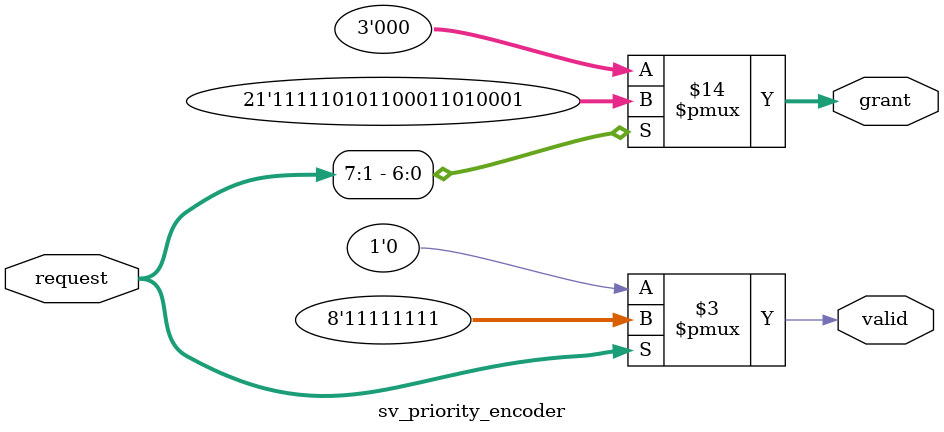
<source format=sv>
`timescale 1ns / 1ps


module sv_priority_encoder (
    input [7:0] request,
    output logic [2:0] grant,
    output logic valid
);
    // Using unique case to implement priority encoding
    always_comb begin
        // Default values
        valid = 1'b0;
        grant = 3'b000;
        
        // Priority encoding with unique case
        unique case (1'b1)
            request[7]: begin grant = 3'd7; valid = 1'b1; end
            request[6]: begin grant = 3'd6; valid = 1'b1; end
            request[5]: begin grant = 3'd5; valid = 1'b1; end
            request[4]: begin grant = 3'd4; valid = 1'b1; end
            request[3]: begin grant = 3'd3; valid = 1'b1; end
            request[2]: begin grant = 3'd2; valid = 1'b1; end
            request[1]: begin grant = 3'd1; valid = 1'b1; end
            request[0]: begin grant = 3'd0; valid = 1'b1; end
            default:    begin grant = 3'd0; valid = 1'b0; end
        endcase
    end

endmodule

</source>
